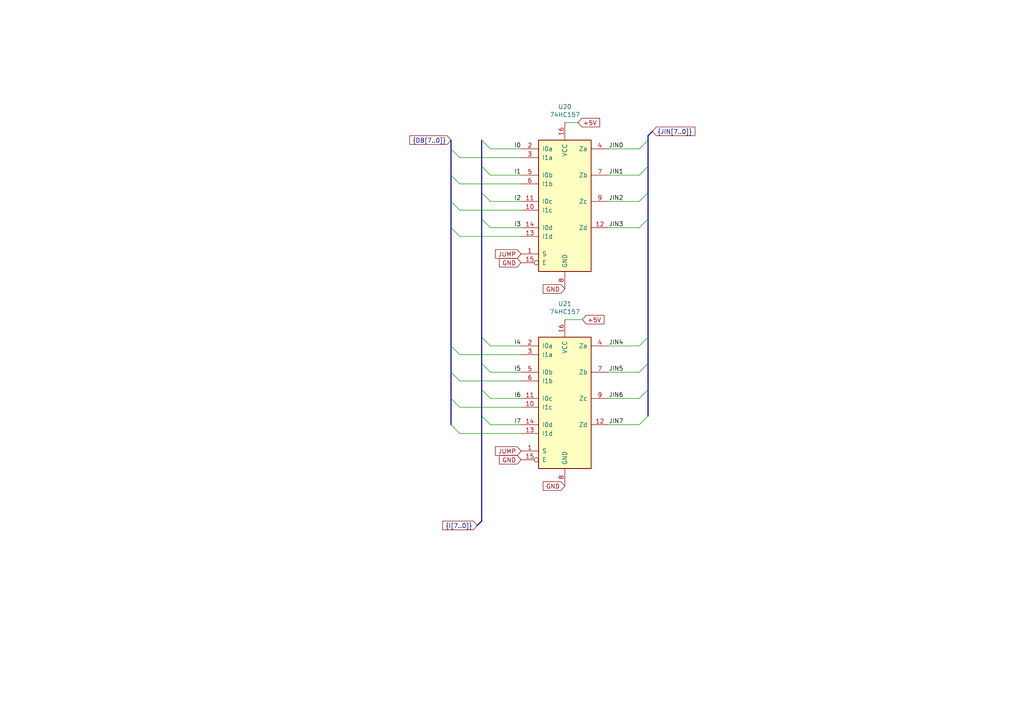
<source format=kicad_sch>
(kicad_sch (version 20231120) (generator "eeschema") (generator_version "8.0")
  (paper "A4")
  (title_block (title "Myth Microcontroller Project") (date "2024-09-21") (rev "1") (company "Picwok.com") (comment 1 "Project Contact: mim@ok-schalter.de (Michael)") (comment 2 "Author: Copyr. 2024 Michael Mangelsdorf/Dosflange@github") (comment 3 "Counters Module") (comment 4 "Program Counter"))
  (lib_symbols
    (symbol "74xx:74LS157" (pin_names (offset 1.016))
      (property "Reference" "U" (at -7.62 19.05 0))
      (property "Value" "74LS157" (at -7.62 -21.59 0))
      (symbol "74LS157_1_0"
        (pin input line (at -12.7 -15.24 0) (length 5.08) (name "S") (number "1"))
        (pin input line (at -12.7 -2.54 0) (length 5.08) (name "I1c") (number "10"))
        (pin input line (at -12.7 0 0) (length 5.08) (name "I0c") (number "11"))
        (pin output line (at 12.7 -7.62 180) (length 5.08) (name "Zd") (number "12"))
        (pin input line (at -12.7 -10.16 0) (length 5.08) (name "I1d") (number "13"))
        (pin input line (at -12.7 -7.62 0) (length 5.08) (name "I0d") (number "14"))
        (pin input inverted (at -12.7 -17.78 0) (length 5.08) (name "E") (number "15"))
        (pin power_in line (at 0 22.86 270) (length 5.08) (name "VCC") (number "16"))
        (pin input line (at -12.7 15.24 0) (length 5.08) (name "I0a") (number "2"))
        (pin input line (at -12.7 12.7 0) (length 5.08) (name "I1a") (number "3"))
        (pin output line (at 12.7 15.24 180) (length 5.08) (name "Za") (number "4"))
        (pin input line (at -12.7 7.62 0) (length 5.08) (name "I0b") (number "5"))
        (pin input line (at -12.7 5.08 0) (length 5.08) (name "I1b") (number "6"))
        (pin output line (at 12.7 7.62 180) (length 5.08) (name "Zb") (number "7"))
        (pin power_in line (at 0 -25.4 90) (length 5.08) (name "GND") (number "8"))
        (pin output line (at 12.7 0 180) (length 5.08) (name "Zc") (number "9"))
      )
      (symbol "74LS157_1_1"
        (rectangle (start -7.62 17.78) (end 7.62 -20.32) (stroke (width 0.254)) (fill (type background)))
      )
    )
  )
  (bus_entry (at 185.42 123.19) (size 2.54 -2.54))
  (bus_entry (at 133.35 110.49) (size -2.54 -2.54))
  (bus_entry (at 142.24 43.18) (size -2.54 -2.54))
  (bus_entry (at 185.42 43.18) (size 2.54 -2.54))
  (bus_entry (at 133.35 118.11) (size -2.54 -2.54))
  (bus_entry (at 185.42 58.42) (size 2.54 -2.54))
  (bus_entry (at 133.35 53.34) (size -2.54 -2.54))
  (bus_entry (at 185.42 100.33) (size 2.54 -2.54))
  (bus_entry (at 133.35 125.73) (size -2.54 -2.54))
  (bus_entry (at 142.24 115.57) (size -2.54 -2.54))
  (bus_entry (at 133.35 102.87) (size -2.54 -2.54))
  (bus_entry (at 142.24 100.33) (size -2.54 -2.54))
  (bus_entry (at 142.24 123.19) (size -2.54 -2.54))
  (bus_entry (at 133.35 60.96) (size -2.54 -2.54))
  (bus_entry (at 142.24 50.8) (size -2.54 -2.54))
  (bus_entry (at 185.42 50.8) (size 2.54 -2.54))
  (bus_entry (at 142.24 66.04) (size -2.54 -2.54))
  (bus_entry (at 133.35 68.58) (size -2.54 -2.54))
  (bus_entry (at 185.42 66.04) (size 2.54 -2.54))
  (bus_entry (at 142.24 58.42) (size -2.54 -2.54))
  (bus_entry (at 133.35 45.72) (size -2.54 -2.54))
  (bus_entry (at 185.42 115.57) (size 2.54 -2.54))
  (bus_entry (at 142.24 107.95) (size -2.54 -2.54))
  (bus_entry (at 185.42 107.95) (size 2.54 -2.54))
  (bus (pts (xy 130.81 43.18) (xy 130.81 50.8)))
  (bus (pts (xy 187.96 55.88) (xy 187.96 63.5)))
  (wire (pts (xy 133.35 68.58) (xy 151.13 68.58)))
  (bus (pts (xy 187.96 97.79) (xy 187.96 105.41)))
  (wire (pts (xy 133.35 125.73) (xy 151.13 125.73)))
  (bus (pts (xy 187.96 63.5) (xy 187.96 97.79)))
  (wire (pts (xy 185.42 43.18) (xy 176.53 43.18)))
  (wire (pts (xy 142.24 43.18) (xy 151.13 43.18)))
  (wire (pts (xy 163.83 35.56) (xy 167.64 35.56)))
  (wire (pts (xy 142.24 58.42) (xy 151.13 58.42)))
  (wire (pts (xy 185.42 100.33) (xy 176.53 100.33)))
  (bus (pts (xy 139.7 105.41) (xy 139.7 113.03)))
  (bus (pts (xy 187.96 105.41) (xy 187.96 113.03)))
  (wire (pts (xy 142.24 123.19) (xy 151.13 123.19)))
  (wire (pts (xy 185.42 50.8) (xy 176.53 50.8)))
  (bus (pts (xy 130.81 43.18) (xy 130.81 40.64)))
  (bus (pts (xy 139.7 97.79) (xy 139.7 105.41)))
  (wire (pts (xy 142.24 66.04) (xy 151.13 66.04)))
  (bus (pts (xy 139.7 120.65) (xy 139.7 151.13)))
  (wire (pts (xy 133.35 45.72) (xy 151.13 45.72)))
  (bus (pts (xy 130.81 50.8) (xy 130.81 58.42)))
  (bus (pts (xy 139.7 40.64) (xy 139.7 48.26)))
  (wire (pts (xy 133.35 102.87) (xy 151.13 102.87)))
  (bus (pts (xy 187.96 40.64) (xy 187.96 48.26)))
  (wire (pts (xy 185.42 66.04) (xy 176.53 66.04)))
  (bus (pts (xy 187.96 39.37) (xy 189.23 38.1)))
  (wire (pts (xy 133.35 118.11) (xy 151.13 118.11)))
  (bus (pts (xy 130.81 115.57) (xy 130.81 123.19)))
  (wire (pts (xy 185.42 107.95) (xy 176.53 107.95)))
  (bus (pts (xy 187.96 40.64) (xy 187.96 39.37)))
  (wire (pts (xy 185.42 115.57) (xy 176.53 115.57)))
  (wire (pts (xy 142.24 100.33) (xy 151.13 100.33)))
  (wire (pts (xy 185.42 123.19) (xy 176.53 123.19)))
  (bus (pts (xy 139.7 55.88) (xy 139.7 63.5)))
  (bus (pts (xy 130.81 66.04) (xy 130.81 100.33)))
  (bus (pts (xy 130.81 100.33) (xy 130.81 107.95)))
  (bus (pts (xy 130.81 58.42) (xy 130.81 66.04)))
  (wire (pts (xy 142.24 115.57) (xy 151.13 115.57)))
  (bus (pts (xy 139.7 113.03) (xy 139.7 120.65)))
  (wire (pts (xy 142.24 107.95) (xy 151.13 107.95)))
  (wire (pts (xy 133.35 60.96) (xy 151.13 60.96)))
  (wire (pts (xy 142.24 50.8) (xy 151.13 50.8)))
  (bus (pts (xy 139.7 151.13) (xy 138.43 152.4)))
  (bus (pts (xy 139.7 48.26) (xy 139.7 55.88)))
  (bus (pts (xy 139.7 63.5) (xy 139.7 97.79)))
  (bus (pts (xy 187.96 48.26) (xy 187.96 55.88)))
  (bus (pts (xy 187.96 113.03) (xy 187.96 120.65)))
  (wire (pts (xy 133.35 110.49) (xy 151.13 110.49)))
  (wire (pts (xy 185.42 58.42) (xy 176.53 58.42)))
  (wire (pts (xy 133.35 53.34) (xy 151.13 53.34)))
  (wire (pts (xy 163.83 92.71) (xy 168.91 92.71)))
  (bus (pts (xy 130.81 107.95) (xy 130.81 115.57)))
  (label "JIN7" (at 176.53 123.19 0))
  (label "JIN5" (at 176.53 107.95 0))
  (label "JIN1" (at 176.53 50.8 0))
  (label "JIN0" (at 176.53 43.18 0))
  (label "JIN2" (at 176.53 58.42 0))
  (label "I1" (at 151.13 50.8 180))
  (label "I3" (at 151.13 66.04 180))
  (label "I0" (at 151.13 43.18 180))
  (label "JIN6" (at 176.53 115.57 0))
  (label "I5" (at 151.13 107.95 180))
  (label "I2" (at 151.13 58.42 180))
  (label "JIN3" (at 176.53 66.04 0))
  (label "I6" (at 151.13 115.57 180))
  (label "JIN4" (at 176.53 100.33 0))
  (label "I7" (at 151.13 123.19 180))
  (label "I4" (at 151.13 100.33 180))
  (global_label "+5V" (shape input) (at 167.64 35.56 0) (property "Intersheetrefs" "${INTERSHEET_REFS}" (effects (hide yes))))
  (global_label "GND" (shape input) (at 151.13 133.35 180) (property "Intersheetrefs" "${INTERSHEET_REFS}" (effects (hide yes))))
  (global_label "{DB[7..0]}" (shape input) (at 130.81 40.64 180) (property "Intersheetrefs" "${INTERSHEET_REFS}" (effects (hide yes))))
  (global_label "{JIN[7..0]}" (shape input) (at 189.23 38.1 0) (property "Intersheetrefs" "${INTERSHEET_REFS}" (effects (hide yes))))
  (global_label "+5V" (shape input) (at 168.91 92.71 0) (property "Intersheetrefs" "${INTERSHEET_REFS}" (effects (hide yes))))
  (global_label "JUMP" (shape input) (at 151.13 73.66 180) (property "Intersheetrefs" "${INTERSHEET_REFS}" (effects (hide yes))))
  (global_label "GND" (shape input) (at 163.83 140.97 180) (property "Intersheetrefs" "${INTERSHEET_REFS}" (effects (hide yes))))
  (global_label "{I[7..0]}" (shape input) (at 138.43 152.4 180) (property "Intersheetrefs" "${INTERSHEET_REFS}" (effects (hide yes))))
  (global_label "JUMP" (shape input) (at 151.13 130.81 180) (property "Intersheetrefs" "${INTERSHEET_REFS}" (effects (hide yes))))
  (global_label "GND" (shape input) (at 151.13 76.2 180) (property "Intersheetrefs" "${INTERSHEET_REFS}" (effects (hide yes))))
  (global_label "GND" (shape input) (at 163.83 83.82 180) (property "Intersheetrefs" "${INTERSHEET_REFS}" (effects (hide yes))))
  (symbol (lib_id "74xx:74LS157") (at 163.83 58.42 0) (unit 1)
    (property "Reference" "U20" (at 163.83 30.9626 0))
    (property "Value" "74HC157" (at 163.83 33.274 0))
    (property "Footprint" "Package_DIP:DIP-16_W7.62mm_Socket_LongPads" (effects (hide yes)))
    (property "Datasheet" "https://assets.nexperia.com/documents/data-sheet/74AHC_AHCT04.pdf" (effects (hide yes)))
  )
  (symbol (lib_id "74xx:74LS157") (at 163.83 115.57 0) (unit 1)
    (property "Reference" "U21" (at 163.83 88.1126 0))
    (property "Value" "74HC157" (at 163.83 90.424 0))
    (property "Footprint" "Package_DIP:DIP-16_W7.62mm_Socket_LongPads" (effects (hide yes)))
    (property "Datasheet" "https://assets.nexperia.com/documents/data-sheet/74AHC_AHCT04.pdf" (effects (hide yes)))
  )
)
</source>
